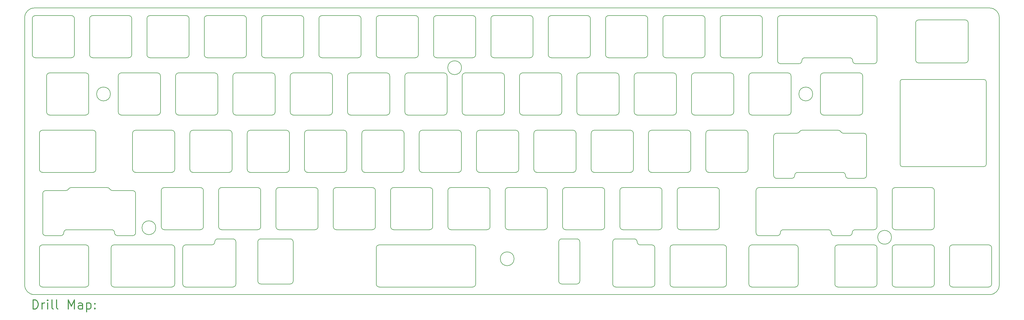
<source format=gbr>
%FSLAX45Y45*%
G04 Gerber Fmt 4.5, Leading zero omitted, Abs format (unit mm)*
G04 Created by KiCad (PCBNEW (5.1.6)-1) date 2022-08-08 21:24:53*
%MOMM*%
%LPD*%
G01*
G04 APERTURE LIST*
%TA.AperFunction,Profile*%
%ADD10C,0.200000*%
%TD*%
%ADD11C,0.200000*%
%ADD12C,0.300000*%
G04 APERTURE END LIST*
D10*
X34563125Y-7843750D02*
X34563125Y-9072500D01*
X36309375Y-7843750D02*
X36309375Y-9072500D01*
X36309375Y-9072500D02*
G75*
G02*
X36209375Y-9172500I-100000J0D01*
G01*
X34663125Y-9172500D02*
G75*
G02*
X34563125Y-9072500I0J100000D01*
G01*
X36209375Y-7743750D02*
G75*
G02*
X36309375Y-7843750I0J-100000D01*
G01*
X34563125Y-7843750D02*
G75*
G02*
X34663125Y-7743750I100000J0D01*
G01*
X34663125Y-9172500D02*
X36209375Y-9172500D01*
X34663125Y-7743750D02*
X36209375Y-7743750D01*
X34045606Y-9802860D02*
G75*
G02*
X34128150Y-9720175I79370J3310D01*
G01*
X36833250Y-9720175D02*
G75*
G02*
X36909450Y-9796375I0J-76200D01*
G01*
X36909450Y-9796375D02*
X36909450Y-12542775D01*
X34045606Y-12544350D02*
G75*
G03*
X34121806Y-12620550I76200J0D01*
G01*
X36833250Y-12618975D02*
X34121806Y-12620550D01*
X36833250Y-12618975D02*
G75*
G03*
X36909450Y-12542775I0J76200D01*
G01*
X34045606Y-9802860D02*
X34045606Y-12544350D01*
X34128150Y-9720175D02*
X36833250Y-9720175D01*
X19473750Y-9331250D02*
G75*
G03*
X19473750Y-9331250I-230000J0D01*
G01*
X9313750Y-14649375D02*
G75*
G03*
X9313750Y-14649375I-230000J0D01*
G01*
X21220000Y-15681250D02*
G75*
G03*
X21220000Y-15681250I-230000J0D01*
G01*
X33761250Y-14966875D02*
G75*
G03*
X33761250Y-14966875I-230000J0D01*
G01*
X31141875Y-10204375D02*
G75*
G03*
X31141875Y-10204375I-230000J0D01*
G01*
X7805625Y-10204375D02*
G75*
G03*
X7805625Y-10204375I-230000J0D01*
G01*
X37341250Y-16554375D02*
G75*
G02*
X37023750Y-16871875I-317500J0D01*
G01*
X37023750Y-7346875D02*
G75*
G02*
X37341250Y-7664375I0J-317500D01*
G01*
X4956250Y-7664375D02*
G75*
G02*
X5273750Y-7346875I317500J0D01*
G01*
X5273750Y-16871875D02*
G75*
G02*
X4956250Y-16554375I0J317500D01*
G01*
X23403125Y-16419375D02*
X23403125Y-15119375D01*
X23303125Y-15019375D02*
X22803750Y-15019375D01*
X23303125Y-15019375D02*
G75*
G02*
X23403125Y-15119375I0J-100000D01*
G01*
X6355575Y-14714375D02*
X7843175Y-14714375D01*
X7843175Y-14714375D02*
G75*
G02*
X7943175Y-14814375I0J-100000D01*
G01*
X8043175Y-14914375D02*
G75*
G02*
X7943175Y-14814375I0J100000D01*
G01*
X8543175Y-13414375D02*
G75*
G02*
X8643175Y-13514375I0J-100000D01*
G01*
X6412772Y-13364375D02*
G75*
G02*
X6499375Y-13314375I86603J-50000D01*
G01*
X6255575Y-14814375D02*
G75*
G02*
X6355575Y-14714375I100000J0D01*
G01*
X6255575Y-14814375D02*
G75*
G02*
X6155575Y-14914375I-100000J0D01*
G01*
X7872580Y-13414375D02*
X8543175Y-13414375D01*
X6412772Y-13364375D02*
G75*
G02*
X6326170Y-13414375I-86603J50000D01*
G01*
X8643175Y-13514375D02*
X8643175Y-14814375D01*
X8643175Y-14814375D02*
G75*
G02*
X8543175Y-14914375I-100000J0D01*
G01*
X8043175Y-14914375D02*
X8543175Y-14914375D01*
X7785977Y-13364375D02*
G75*
G03*
X7872580Y-13414375I86603J50000D01*
G01*
X7785977Y-13364375D02*
G75*
G03*
X7699375Y-13314375I-86603J-50000D01*
G01*
X32074727Y-11459375D02*
G75*
G03*
X32161330Y-11509375I86603J50000D01*
G01*
X32074727Y-11459375D02*
G75*
G03*
X31988125Y-11409375I-86603J-50000D01*
G01*
X32455675Y-14814375D02*
G75*
G02*
X32555675Y-14714375I100000J0D01*
G01*
X33178750Y-14714375D02*
X32555675Y-14714375D01*
X29359375Y-13314375D02*
X31511875Y-13314375D01*
X30168075Y-14714375D02*
X31655675Y-14714375D01*
X30068075Y-14814375D02*
G75*
G02*
X30168075Y-14714375I100000J0D01*
G01*
X29121250Y-16619375D02*
X30559375Y-16619375D01*
X29121250Y-15219375D02*
X30559375Y-15219375D01*
X26501875Y-16619375D02*
X28178125Y-16619375D01*
X26501875Y-15219375D02*
X28178125Y-15219375D01*
X25408750Y-15219375D02*
X25796875Y-15219375D01*
X25408750Y-15219375D02*
G75*
G02*
X25308750Y-15119375I0J100000D01*
G01*
X19843750Y-16619375D02*
X16738750Y-16619375D01*
X19843750Y-15219375D02*
X16738750Y-15219375D01*
X13778750Y-16519375D02*
X12803125Y-16519375D01*
X13778750Y-15019375D02*
X12803125Y-15019375D01*
X11973750Y-15119375D02*
X11974500Y-16519375D01*
X11974500Y-16519375D02*
G75*
G02*
X11874500Y-16619375I-100000J0D01*
G01*
X10309375Y-15219375D02*
X11173750Y-15219375D01*
X11874500Y-16619375D02*
X10309375Y-16619375D01*
X11273750Y-15119375D02*
G75*
G02*
X11173750Y-15219375I-100000J0D01*
G01*
X7928125Y-16619375D02*
X9842500Y-16619375D01*
X7928125Y-15219375D02*
X9842500Y-15219375D01*
X5546875Y-16619375D02*
X6985000Y-16619375D01*
X5546875Y-15219375D02*
X6985000Y-15219375D01*
X33278750Y-7699375D02*
X33278900Y-9099375D01*
X33178900Y-9199375D02*
G75*
G03*
X33278900Y-9099375I0J100000D01*
G01*
X32370050Y-8999375D02*
G75*
G02*
X32470050Y-9099375I0J-100000D01*
G01*
X30882450Y-8999375D02*
X32370050Y-8999375D01*
X30782450Y-9099375D02*
G75*
G02*
X30882450Y-8999375I100000J0D01*
G01*
X30073750Y-7599375D02*
X33178750Y-7599375D01*
X5546875Y-12809375D02*
X7223125Y-12809375D01*
X5546875Y-11409375D02*
X7223125Y-11409375D01*
X24596875Y-16619375D02*
X25796875Y-16619375D01*
X16738750Y-8999375D02*
X17938750Y-8999375D01*
X16133750Y-8899375D02*
G75*
G02*
X16033750Y-8999375I-100000J0D01*
G01*
X19843750Y-7599375D02*
G75*
G02*
X19943750Y-7699375I0J-100000D01*
G01*
X20448750Y-7699375D02*
G75*
G02*
X20548750Y-7599375I100000J0D01*
G01*
X21848750Y-7699375D02*
X21848750Y-8899375D01*
X20448750Y-7699375D02*
X20448750Y-8899375D01*
X20548750Y-8999375D02*
X21748750Y-8999375D01*
X20548750Y-7599375D02*
X21748750Y-7599375D01*
X19943750Y-8899375D02*
G75*
G02*
X19843750Y-8999375I-100000J0D01*
G01*
X18643750Y-8999375D02*
G75*
G02*
X18543750Y-8899375I0J100000D01*
G01*
X18543750Y-7699375D02*
X18543750Y-8899375D01*
X18643750Y-7599375D02*
X19843750Y-7599375D01*
X18543750Y-7699375D02*
G75*
G02*
X18643750Y-7599375I100000J0D01*
G01*
X17938750Y-7599375D02*
G75*
G02*
X18038750Y-7699375I0J-100000D01*
G01*
X19943750Y-7699375D02*
X19943750Y-8899375D01*
X16638750Y-7699375D02*
X16638750Y-8899375D01*
X14833750Y-8999375D02*
G75*
G02*
X14733750Y-8899375I0J100000D01*
G01*
X16033750Y-7599375D02*
G75*
G02*
X16133750Y-7699375I0J-100000D01*
G01*
X16738750Y-8999375D02*
G75*
G02*
X16638750Y-8899375I0J100000D01*
G01*
X16738750Y-7599375D02*
X17938750Y-7599375D01*
X18643750Y-8999375D02*
X19843750Y-8999375D01*
X18038750Y-8899375D02*
G75*
G02*
X17938750Y-8999375I-100000J0D01*
G01*
X22453750Y-7599375D02*
X23653750Y-7599375D01*
X21848750Y-8899375D02*
G75*
G02*
X21748750Y-8999375I-100000J0D01*
G01*
X18038750Y-7699375D02*
X18038750Y-8899375D01*
X20548750Y-8999375D02*
G75*
G02*
X20448750Y-8899375I0J100000D01*
G01*
X21748750Y-7599375D02*
G75*
G02*
X21848750Y-7699375I0J-100000D01*
G01*
X16638750Y-7699375D02*
G75*
G02*
X16738750Y-7599375I100000J0D01*
G01*
X12323750Y-7699375D02*
X12323750Y-8899375D01*
X10923750Y-7699375D02*
X10923750Y-8899375D01*
X10318750Y-7599375D02*
G75*
G02*
X10418750Y-7699375I0J-100000D01*
G01*
X12928750Y-8999375D02*
X14128750Y-8999375D01*
X7213750Y-7599375D02*
X8413750Y-7599375D01*
X6508750Y-7599375D02*
G75*
G02*
X6608750Y-7699375I0J-100000D01*
G01*
X10923750Y-7699375D02*
G75*
G02*
X11023750Y-7599375I100000J0D01*
G01*
X14733750Y-7699375D02*
G75*
G02*
X14833750Y-7599375I100000J0D01*
G01*
X14228750Y-8899375D02*
G75*
G02*
X14128750Y-8999375I-100000J0D01*
G01*
X9118750Y-8999375D02*
X10318750Y-8999375D01*
X5308750Y-8999375D02*
G75*
G02*
X5208750Y-8899375I0J100000D01*
G01*
X7213750Y-8999375D02*
X8413750Y-8999375D01*
X16133750Y-7699375D02*
X16133750Y-8899375D01*
X14733750Y-7699375D02*
X14733750Y-8899375D01*
X14833750Y-8999375D02*
X16033750Y-8999375D01*
X6608750Y-8899375D02*
G75*
G02*
X6508750Y-8999375I-100000J0D01*
G01*
X14833750Y-7599375D02*
X16033750Y-7599375D01*
X14128750Y-7599375D02*
G75*
G02*
X14228750Y-7699375I0J-100000D01*
G01*
X5308750Y-8999375D02*
X6508750Y-8999375D01*
X12323750Y-8899375D02*
G75*
G02*
X12223750Y-8999375I-100000J0D01*
G01*
X12223750Y-7599375D02*
G75*
G02*
X12323750Y-7699375I0J-100000D01*
G01*
X10418750Y-7699375D02*
X10418750Y-8899375D01*
X7113750Y-7699375D02*
X7113750Y-8899375D01*
X5208750Y-7699375D02*
G75*
G02*
X5308750Y-7599375I100000J0D01*
G01*
X9018750Y-7699375D02*
G75*
G02*
X9118750Y-7599375I100000J0D01*
G01*
X14228750Y-7699375D02*
X14228750Y-8899375D01*
X9118750Y-7599375D02*
X10318750Y-7599375D01*
X10418750Y-8899375D02*
G75*
G02*
X10318750Y-8999375I-100000J0D01*
G01*
X7213750Y-8999375D02*
G75*
G02*
X7113750Y-8899375I0J100000D01*
G01*
X12928750Y-7599375D02*
X14128750Y-7599375D01*
X11023750Y-7599375D02*
X12223750Y-7599375D01*
X5208750Y-7699375D02*
X5208750Y-8899375D01*
X11023750Y-8999375D02*
G75*
G02*
X10923750Y-8899375I0J100000D01*
G01*
X12928750Y-8999375D02*
G75*
G02*
X12828750Y-8899375I0J100000D01*
G01*
X12828750Y-7699375D02*
G75*
G02*
X12928750Y-7599375I100000J0D01*
G01*
X12828750Y-7699375D02*
X12828750Y-8899375D01*
X8413750Y-7599375D02*
G75*
G02*
X8513750Y-7699375I0J-100000D01*
G01*
X9118750Y-8999375D02*
G75*
G02*
X9018750Y-8899375I0J100000D01*
G01*
X8513750Y-8899375D02*
G75*
G02*
X8413750Y-8999375I-100000J0D01*
G01*
X9018750Y-7699375D02*
X9018750Y-8899375D01*
X5308750Y-7599375D02*
X6508750Y-7599375D01*
X6608750Y-7699375D02*
X6608750Y-8899375D01*
X8513750Y-7699375D02*
X8513750Y-8899375D01*
X11023750Y-8999375D02*
X12223750Y-8999375D01*
X7113750Y-7699375D02*
G75*
G02*
X7213750Y-7599375I100000J0D01*
G01*
X8166250Y-10904375D02*
G75*
G02*
X8066250Y-10804375I0J100000D01*
G01*
X8066250Y-9604375D02*
X8066250Y-10804375D01*
X5785000Y-9504375D02*
X6985000Y-9504375D01*
X11271250Y-9504375D02*
G75*
G02*
X11371250Y-9604375I0J-100000D01*
G01*
X8166250Y-10904375D02*
X9366250Y-10904375D01*
X11371250Y-9604375D02*
X11371250Y-10804375D01*
X33178750Y-7599375D02*
G75*
G02*
X33278750Y-7699375I0J-100000D01*
G01*
X8066250Y-9604375D02*
G75*
G02*
X8166250Y-9504375I100000J0D01*
G01*
X7085000Y-10804375D02*
G75*
G02*
X6985000Y-10904375I-100000J0D01*
G01*
X10071250Y-10904375D02*
X11271250Y-10904375D01*
X5785000Y-10904375D02*
X6985000Y-10904375D01*
X6985000Y-9504375D02*
G75*
G02*
X7085000Y-9604375I0J-100000D01*
G01*
X15081250Y-9504375D02*
G75*
G02*
X15181250Y-9604375I0J-100000D01*
G01*
X11976250Y-9504375D02*
X13176250Y-9504375D01*
X9466250Y-9604375D02*
X9466250Y-10804375D01*
X10071250Y-10904375D02*
G75*
G02*
X9971250Y-10804375I0J100000D01*
G01*
X15786250Y-10904375D02*
X16986250Y-10904375D01*
X15786250Y-9504375D02*
X16986250Y-9504375D01*
X5685000Y-9604375D02*
X5685000Y-10804375D01*
X15181250Y-10804375D02*
G75*
G02*
X15081250Y-10904375I-100000J0D01*
G01*
X13781250Y-9604375D02*
X13781250Y-10804375D01*
X13176250Y-9504375D02*
G75*
G02*
X13276250Y-9604375I0J-100000D01*
G01*
X11371250Y-10804375D02*
G75*
G02*
X11271250Y-10904375I-100000J0D01*
G01*
X11876250Y-9604375D02*
X11876250Y-10804375D01*
X5785000Y-10904375D02*
G75*
G02*
X5685000Y-10804375I0J100000D01*
G01*
X13276250Y-9604375D02*
X13276250Y-10804375D01*
X13881250Y-10904375D02*
G75*
G02*
X13781250Y-10804375I0J100000D01*
G01*
X5685000Y-9604375D02*
G75*
G02*
X5785000Y-9504375I100000J0D01*
G01*
X7085000Y-9604375D02*
X7085000Y-10804375D01*
X13781250Y-9604375D02*
G75*
G02*
X13881250Y-9504375I100000J0D01*
G01*
X9971250Y-9604375D02*
G75*
G02*
X10071250Y-9504375I100000J0D01*
G01*
X15181250Y-9604375D02*
X15181250Y-10804375D01*
X11876250Y-9604375D02*
G75*
G02*
X11976250Y-9504375I100000J0D01*
G01*
X13881250Y-10904375D02*
X15081250Y-10904375D01*
X13881250Y-9504375D02*
X15081250Y-9504375D01*
X13276250Y-10804375D02*
G75*
G02*
X13176250Y-10904375I-100000J0D01*
G01*
X9466250Y-10804375D02*
G75*
G02*
X9366250Y-10904375I-100000J0D01*
G01*
X11976250Y-10904375D02*
G75*
G02*
X11876250Y-10804375I0J100000D01*
G01*
X9366250Y-9504375D02*
G75*
G02*
X9466250Y-9604375I0J-100000D01*
G01*
X9971250Y-9604375D02*
X9971250Y-10804375D01*
X8166250Y-9504375D02*
X9366250Y-9504375D01*
X11976250Y-10904375D02*
X13176250Y-10904375D01*
X10071250Y-9504375D02*
X11271250Y-9504375D01*
X23753750Y-8899375D02*
G75*
G02*
X23653750Y-8999375I-100000J0D01*
G01*
X22353750Y-7699375D02*
G75*
G02*
X22453750Y-7599375I100000J0D01*
G01*
X28168750Y-8999375D02*
X29368750Y-8999375D01*
X28168750Y-8999375D02*
G75*
G02*
X28068750Y-8899375I0J100000D01*
G01*
X25658750Y-7699375D02*
X25658750Y-8899375D01*
X29468750Y-8899375D02*
G75*
G02*
X29368750Y-8999375I-100000J0D01*
G01*
X24258750Y-7699375D02*
X24258750Y-8899375D01*
X26263750Y-8999375D02*
X27463750Y-8999375D01*
X22353750Y-7699375D02*
X22353750Y-8899375D01*
X30782450Y-9099375D02*
G75*
G02*
X30682450Y-9199375I-100000J0D01*
G01*
X26263750Y-8999375D02*
G75*
G02*
X26163750Y-8899375I0J100000D01*
G01*
X27563750Y-7699375D02*
X27563750Y-8899375D01*
X30073600Y-9199375D02*
G75*
G02*
X29973600Y-9099375I0J100000D01*
G01*
X30073600Y-9199375D02*
X30682450Y-9199375D01*
X32570050Y-9199375D02*
G75*
G02*
X32470050Y-9099375I0J100000D01*
G01*
X27563750Y-8899375D02*
G75*
G02*
X27463750Y-8999375I-100000J0D01*
G01*
X22453750Y-8999375D02*
X23653750Y-8999375D01*
X32570050Y-9199375D02*
X33178900Y-9199375D01*
X25658750Y-8899375D02*
G75*
G02*
X25558750Y-8999375I-100000J0D01*
G01*
X24358750Y-8999375D02*
X25558750Y-8999375D01*
X23753750Y-7699375D02*
X23753750Y-8899375D01*
X29973750Y-7699375D02*
X29973600Y-9099375D01*
X28068750Y-7699375D02*
X28068750Y-8899375D01*
X28168750Y-7599375D02*
X29368750Y-7599375D01*
X26263750Y-7599375D02*
X27463750Y-7599375D01*
X24358750Y-8999375D02*
G75*
G02*
X24258750Y-8899375I0J100000D01*
G01*
X25558750Y-7599375D02*
G75*
G02*
X25658750Y-7699375I0J-100000D01*
G01*
X26163750Y-7699375D02*
G75*
G02*
X26263750Y-7599375I100000J0D01*
G01*
X29973750Y-7699375D02*
G75*
G02*
X30073750Y-7599375I100000J0D01*
G01*
X23653750Y-7599375D02*
G75*
G02*
X23753750Y-7699375I0J-100000D01*
G01*
X28068750Y-7699375D02*
G75*
G02*
X28168750Y-7599375I100000J0D01*
G01*
X27463750Y-7599375D02*
G75*
G02*
X27563750Y-7699375I0J-100000D01*
G01*
X29468750Y-7699375D02*
X29468750Y-8899375D01*
X29368750Y-7599375D02*
G75*
G02*
X29468750Y-7699375I0J-100000D01*
G01*
X24358750Y-7599375D02*
X25558750Y-7599375D01*
X22453750Y-8999375D02*
G75*
G02*
X22353750Y-8899375I0J100000D01*
G01*
X26163750Y-7699375D02*
X26163750Y-8899375D01*
X24258750Y-7699375D02*
G75*
G02*
X24358750Y-7599375I100000J0D01*
G01*
X29021250Y-9604375D02*
X29021250Y-10804375D01*
X15786250Y-10904375D02*
G75*
G02*
X15686250Y-10804375I0J100000D01*
G01*
X17086250Y-9604375D02*
X17086250Y-10804375D01*
X25311250Y-10904375D02*
G75*
G02*
X25211250Y-10804375I0J100000D01*
G01*
X26611250Y-10804375D02*
G75*
G02*
X26511250Y-10904375I-100000J0D01*
G01*
X21501250Y-9504375D02*
X22701250Y-9504375D01*
X25311250Y-10904375D02*
X26511250Y-10904375D01*
X25311250Y-9504375D02*
X26511250Y-9504375D01*
X27116250Y-9604375D02*
X27116250Y-10804375D01*
X26611250Y-9604375D02*
X26611250Y-10804375D01*
X24606250Y-9504375D02*
G75*
G02*
X24706250Y-9604375I0J-100000D01*
G01*
X23306250Y-9604375D02*
G75*
G02*
X23406250Y-9504375I100000J0D01*
G01*
X22701250Y-9504375D02*
G75*
G02*
X22801250Y-9604375I0J-100000D01*
G01*
X17591250Y-9604375D02*
X17591250Y-10804375D01*
X31502500Y-9504375D02*
X32702500Y-9504375D01*
X21501250Y-10904375D02*
G75*
G02*
X21401250Y-10804375I0J100000D01*
G01*
X17691250Y-10904375D02*
X18891250Y-10904375D01*
X24706250Y-10804375D02*
G75*
G02*
X24606250Y-10904375I-100000J0D01*
G01*
X19596250Y-9504375D02*
X20796250Y-9504375D01*
X31502500Y-10904375D02*
X32702500Y-10904375D01*
X30421250Y-10804375D02*
G75*
G02*
X30321250Y-10904375I-100000J0D01*
G01*
X27216250Y-10904375D02*
G75*
G02*
X27116250Y-10804375I0J100000D01*
G01*
X20796250Y-9504375D02*
G75*
G02*
X20896250Y-9604375I0J-100000D01*
G01*
X19496250Y-9604375D02*
X19496250Y-10804375D01*
X29121250Y-10904375D02*
G75*
G02*
X29021250Y-10804375I0J100000D01*
G01*
X29121250Y-9504375D02*
X30321250Y-9504375D01*
X30321250Y-9504375D02*
G75*
G02*
X30421250Y-9604375I0J-100000D01*
G01*
X29021250Y-9604375D02*
G75*
G02*
X29121250Y-9504375I100000J0D01*
G01*
X26511250Y-9504375D02*
G75*
G02*
X26611250Y-9604375I0J-100000D01*
G01*
X28516250Y-10804375D02*
G75*
G02*
X28416250Y-10904375I-100000J0D01*
G01*
X19596250Y-10904375D02*
G75*
G02*
X19496250Y-10804375I0J100000D01*
G01*
X28416250Y-9504375D02*
G75*
G02*
X28516250Y-9604375I0J-100000D01*
G01*
X28516250Y-9604375D02*
X28516250Y-10804375D01*
X27216250Y-10904375D02*
X28416250Y-10904375D01*
X27216250Y-9504375D02*
X28416250Y-9504375D01*
X23406250Y-9504375D02*
X24606250Y-9504375D01*
X17691250Y-10904375D02*
G75*
G02*
X17591250Y-10804375I0J100000D01*
G01*
X17691250Y-9504375D02*
X18891250Y-9504375D01*
X15686250Y-9604375D02*
X15686250Y-10804375D01*
X23406250Y-10904375D02*
X24606250Y-10904375D01*
X21501250Y-10904375D02*
X22701250Y-10904375D01*
X20896250Y-10804375D02*
G75*
G02*
X20796250Y-10904375I-100000J0D01*
G01*
X18991250Y-10804375D02*
G75*
G02*
X18891250Y-10904375I-100000J0D01*
G01*
X18891250Y-9504375D02*
G75*
G02*
X18991250Y-9604375I0J-100000D01*
G01*
X17591250Y-9604375D02*
G75*
G02*
X17691250Y-9504375I100000J0D01*
G01*
X22801250Y-10804375D02*
G75*
G02*
X22701250Y-10904375I-100000J0D01*
G01*
X20896250Y-9604375D02*
X20896250Y-10804375D01*
X24706250Y-9604375D02*
X24706250Y-10804375D01*
X15686250Y-9604375D02*
G75*
G02*
X15786250Y-9504375I100000J0D01*
G01*
X22801250Y-9604375D02*
X22801250Y-10804375D01*
X19496250Y-9604375D02*
G75*
G02*
X19596250Y-9504375I100000J0D01*
G01*
X23406250Y-10904375D02*
G75*
G02*
X23306250Y-10804375I0J100000D01*
G01*
X21401250Y-9604375D02*
X21401250Y-10804375D01*
X21401250Y-9604375D02*
G75*
G02*
X21501250Y-9504375I100000J0D01*
G01*
X23306250Y-9604375D02*
X23306250Y-10804375D01*
X17086250Y-10804375D02*
G75*
G02*
X16986250Y-10904375I-100000J0D01*
G01*
X27116250Y-9604375D02*
G75*
G02*
X27216250Y-9504375I100000J0D01*
G01*
X25211250Y-9604375D02*
G75*
G02*
X25311250Y-9504375I100000J0D01*
G01*
X30421250Y-9604375D02*
X30421250Y-10804375D01*
X25211250Y-9604375D02*
X25211250Y-10804375D01*
X29121250Y-10904375D02*
X30321250Y-10904375D01*
X16986250Y-9504375D02*
G75*
G02*
X17086250Y-9604375I0J-100000D01*
G01*
X19596250Y-10904375D02*
X20796250Y-10904375D01*
X18991250Y-9604375D02*
X18991250Y-10804375D01*
X32702500Y-9504375D02*
G75*
G02*
X32802500Y-9604375I0J-100000D01*
G01*
X31402500Y-9604375D02*
X31402500Y-10804375D01*
X32802500Y-9604375D02*
X32802500Y-10804375D01*
X31402500Y-9604375D02*
G75*
G02*
X31502500Y-9504375I100000J0D01*
G01*
X7223125Y-11409375D02*
G75*
G02*
X7323125Y-11509375I0J-100000D01*
G01*
X7323125Y-11509375D02*
X7323125Y-12709375D01*
X5446875Y-11509375D02*
X5446875Y-12709375D01*
X5446875Y-11509375D02*
G75*
G02*
X5546875Y-11409375I100000J0D01*
G01*
X7323125Y-12709375D02*
G75*
G02*
X7223125Y-12809375I-100000J0D01*
G01*
X32802500Y-10804375D02*
G75*
G02*
X32702500Y-10904375I-100000J0D01*
G01*
X31502500Y-10904375D02*
G75*
G02*
X31402500Y-10804375I0J100000D01*
G01*
X10547500Y-12809375D02*
G75*
G02*
X10447500Y-12709375I0J100000D01*
G01*
X11747500Y-11409375D02*
G75*
G02*
X11847500Y-11509375I0J-100000D01*
G01*
X10547500Y-11409375D02*
X11747500Y-11409375D01*
X19972500Y-11509375D02*
G75*
G02*
X20072500Y-11409375I100000J0D01*
G01*
X14357500Y-12809375D02*
X15557500Y-12809375D01*
X19367500Y-11409375D02*
G75*
G02*
X19467500Y-11509375I0J-100000D01*
G01*
X18067500Y-11509375D02*
G75*
G02*
X18167500Y-11409375I100000J0D01*
G01*
X12452500Y-12809375D02*
G75*
G02*
X12352500Y-12709375I0J100000D01*
G01*
X11847500Y-12709375D02*
G75*
G02*
X11747500Y-12809375I-100000J0D01*
G01*
X14257500Y-11509375D02*
G75*
G02*
X14357500Y-11409375I100000J0D01*
G01*
X19467500Y-11509375D02*
X19467500Y-12709375D01*
X16162500Y-11509375D02*
X16162500Y-12709375D01*
X15657500Y-12709375D02*
G75*
G02*
X15557500Y-12809375I-100000J0D01*
G01*
X8542500Y-11509375D02*
G75*
G02*
X8642500Y-11409375I100000J0D01*
G01*
X16262500Y-11409375D02*
X17462500Y-11409375D01*
X12352500Y-11509375D02*
X12352500Y-12709375D01*
X15557500Y-11409375D02*
G75*
G02*
X15657500Y-11509375I0J-100000D01*
G01*
X23277500Y-11509375D02*
X23277500Y-12709375D01*
X21977500Y-11409375D02*
X23177500Y-11409375D01*
X14357500Y-12809375D02*
G75*
G02*
X14257500Y-12709375I0J100000D01*
G01*
X17462500Y-11409375D02*
G75*
G02*
X17562500Y-11509375I0J-100000D01*
G01*
X16262500Y-12809375D02*
X17462500Y-12809375D01*
X20072500Y-12809375D02*
G75*
G02*
X19972500Y-12709375I0J100000D01*
G01*
X17562500Y-12709375D02*
G75*
G02*
X17462500Y-12809375I-100000J0D01*
G01*
X12452500Y-12809375D02*
X13652500Y-12809375D01*
X14257500Y-11509375D02*
X14257500Y-12709375D01*
X13652500Y-11409375D02*
G75*
G02*
X13752500Y-11509375I0J-100000D01*
G01*
X19972500Y-11509375D02*
X19972500Y-12709375D01*
X8642500Y-12809375D02*
G75*
G02*
X8542500Y-12709375I0J100000D01*
G01*
X12452500Y-11409375D02*
X13652500Y-11409375D01*
X21372500Y-11509375D02*
X21372500Y-12709375D01*
X20072500Y-11409375D02*
X21272500Y-11409375D01*
X9942500Y-12709375D02*
G75*
G02*
X9842500Y-12809375I-100000J0D01*
G01*
X20072500Y-12809375D02*
X21272500Y-12809375D01*
X18167500Y-11409375D02*
X19367500Y-11409375D01*
X13752500Y-12709375D02*
G75*
G02*
X13652500Y-12809375I-100000J0D01*
G01*
X9942500Y-11509375D02*
X9942500Y-12709375D01*
X12352500Y-11509375D02*
G75*
G02*
X12452500Y-11409375I100000J0D01*
G01*
X10447500Y-11509375D02*
X10447500Y-12709375D01*
X8642500Y-12809375D02*
X9842500Y-12809375D01*
X19467500Y-12709375D02*
G75*
G02*
X19367500Y-12809375I-100000J0D01*
G01*
X18067500Y-11509375D02*
X18067500Y-12709375D01*
X11847500Y-11509375D02*
X11847500Y-12709375D01*
X16262500Y-12809375D02*
G75*
G02*
X16162500Y-12709375I0J100000D01*
G01*
X18167500Y-12809375D02*
G75*
G02*
X18067500Y-12709375I0J100000D01*
G01*
X23177500Y-11409375D02*
G75*
G02*
X23277500Y-11509375I0J-100000D01*
G01*
X18167500Y-12809375D02*
X19367500Y-12809375D01*
X21877500Y-11509375D02*
G75*
G02*
X21977500Y-11409375I100000J0D01*
G01*
X8642500Y-11409375D02*
X9842500Y-11409375D01*
X15657500Y-11509375D02*
X15657500Y-12709375D01*
X14357500Y-11409375D02*
X15557500Y-11409375D01*
X8542500Y-11509375D02*
X8542500Y-12709375D01*
X21877500Y-11509375D02*
X21877500Y-12709375D01*
X21977500Y-12809375D02*
X23177500Y-12809375D01*
X21372500Y-12709375D02*
G75*
G02*
X21272500Y-12809375I-100000J0D01*
G01*
X21272500Y-11409375D02*
G75*
G02*
X21372500Y-11509375I0J-100000D01*
G01*
X16162500Y-11509375D02*
G75*
G02*
X16262500Y-11409375I100000J0D01*
G01*
X9842500Y-11409375D02*
G75*
G02*
X9942500Y-11509375I0J-100000D01*
G01*
X10547500Y-12809375D02*
X11747500Y-12809375D01*
X5546875Y-12809375D02*
G75*
G02*
X5446875Y-12709375I0J100000D01*
G01*
X13752500Y-11509375D02*
X13752500Y-12709375D01*
X17562500Y-11509375D02*
X17562500Y-12709375D01*
X10447500Y-11509375D02*
G75*
G02*
X10547500Y-11409375I100000J0D01*
G01*
X11500000Y-14714375D02*
G75*
G02*
X11400000Y-14614375I0J100000D01*
G01*
X11400000Y-13414375D02*
G75*
G02*
X11500000Y-13314375I100000J0D01*
G01*
X12800000Y-13414375D02*
X12800000Y-14614375D01*
X10795000Y-13314375D02*
G75*
G02*
X10895000Y-13414375I0J-100000D01*
G01*
X9495000Y-13414375D02*
G75*
G02*
X9595000Y-13314375I100000J0D01*
G01*
X12700000Y-13314375D02*
G75*
G02*
X12800000Y-13414375I0J-100000D01*
G01*
X5555575Y-13514375D02*
G75*
G02*
X5655575Y-13414375I100000J0D01*
G01*
X5655575Y-14914375D02*
X6155575Y-14914375D01*
X11400000Y-13414375D02*
X11400000Y-14614375D01*
X11500000Y-13314375D02*
X12700000Y-13314375D01*
X10895000Y-14614375D02*
G75*
G02*
X10795000Y-14714375I-100000J0D01*
G01*
X9595000Y-14714375D02*
G75*
G02*
X9495000Y-14614375I0J100000D01*
G01*
X9495000Y-13414375D02*
X9495000Y-14614375D01*
X9595000Y-13314375D02*
X10795000Y-13314375D01*
X5655575Y-14914375D02*
G75*
G02*
X5555575Y-14814375I0J100000D01*
G01*
X5555575Y-13514375D02*
X5555575Y-14814375D01*
X9595000Y-14714375D02*
X10795000Y-14714375D01*
X10895000Y-13414375D02*
X10895000Y-14614375D01*
X11500000Y-14714375D02*
X12700000Y-14714375D01*
X13405000Y-14714375D02*
X14605000Y-14714375D01*
X13405000Y-13314375D02*
X14605000Y-13314375D01*
X12800000Y-14614375D02*
G75*
G02*
X12700000Y-14714375I-100000J0D01*
G01*
X5655575Y-13414375D02*
X6326170Y-13414375D01*
X32131925Y-12809375D02*
G75*
G02*
X32231925Y-12909375I0J-100000D01*
G01*
X26987500Y-11409375D02*
G75*
G02*
X27087500Y-11509375I0J-100000D01*
G01*
X23782500Y-11509375D02*
G75*
G02*
X23882500Y-11409375I100000J0D01*
G01*
X28892500Y-11409375D02*
G75*
G02*
X28992500Y-11509375I0J-100000D01*
G01*
X23782500Y-11509375D02*
X23782500Y-12709375D01*
X27592500Y-11509375D02*
X27592500Y-12709375D01*
X29844325Y-11609375D02*
G75*
G02*
X29944325Y-11509375I100000J0D01*
G01*
X32331925Y-13009375D02*
G75*
G02*
X32231925Y-12909375I0J100000D01*
G01*
X23882500Y-11409375D02*
X25082500Y-11409375D01*
X21977500Y-12809375D02*
G75*
G02*
X21877500Y-12709375I0J100000D01*
G01*
X32831925Y-11509375D02*
G75*
G02*
X32931925Y-11609375I0J-100000D01*
G01*
X25182500Y-12709375D02*
G75*
G02*
X25082500Y-12809375I-100000J0D01*
G01*
X25082500Y-11409375D02*
G75*
G02*
X25182500Y-11509375I0J-100000D01*
G01*
X29944325Y-13009375D02*
G75*
G02*
X29844325Y-12909375I0J100000D01*
G01*
X25787500Y-12809375D02*
X26987500Y-12809375D01*
X25687500Y-11509375D02*
G75*
G02*
X25787500Y-11409375I100000J0D01*
G01*
X28992500Y-12709375D02*
G75*
G02*
X28892500Y-12809375I-100000J0D01*
G01*
X28992500Y-11509375D02*
X28992500Y-12709375D01*
X27592500Y-11509375D02*
G75*
G02*
X27692500Y-11409375I100000J0D01*
G01*
X25687500Y-11509375D02*
X25687500Y-12709375D01*
X30701522Y-11459375D02*
G75*
G02*
X30788125Y-11409375I86603J-50000D01*
G01*
X30788125Y-11409375D02*
X31988125Y-11409375D01*
X29844325Y-11609375D02*
X29844325Y-12909375D01*
X30544325Y-12909375D02*
G75*
G02*
X30644325Y-12809375I100000J0D01*
G01*
X27087500Y-11509375D02*
X27087500Y-12709375D01*
X30644325Y-12809375D02*
X32131925Y-12809375D01*
X29944325Y-13009375D02*
X30444325Y-13009375D01*
X29944325Y-11509375D02*
X30614920Y-11509375D01*
X27692500Y-12809375D02*
X28892500Y-12809375D01*
X30544325Y-12909375D02*
G75*
G02*
X30444325Y-13009375I-100000J0D01*
G01*
X25787500Y-12809375D02*
G75*
G02*
X25687500Y-12709375I0J100000D01*
G01*
X6499375Y-13314375D02*
X7699375Y-13314375D01*
X32161330Y-11509375D02*
X32831925Y-11509375D01*
X27087500Y-12709375D02*
G75*
G02*
X26987500Y-12809375I-100000J0D01*
G01*
X25787500Y-11409375D02*
X26987500Y-11409375D01*
X30701522Y-11459375D02*
G75*
G02*
X30614920Y-11509375I-86603J50000D01*
G01*
X27692500Y-12809375D02*
G75*
G02*
X27592500Y-12709375I0J100000D01*
G01*
X32931925Y-11609375D02*
X32931925Y-12909375D01*
X25182500Y-11509375D02*
X25182500Y-12709375D01*
X27692500Y-11409375D02*
X28892500Y-11409375D01*
X32931925Y-12909375D02*
G75*
G02*
X32831925Y-13009375I-100000J0D01*
G01*
X23882500Y-12809375D02*
X25082500Y-12809375D01*
X23882500Y-12809375D02*
G75*
G02*
X23782500Y-12709375I0J100000D01*
G01*
X32331925Y-13009375D02*
X32831925Y-13009375D01*
X23277500Y-12709375D02*
G75*
G02*
X23177500Y-12809375I-100000J0D01*
G01*
X33783750Y-13414375D02*
G75*
G02*
X33883750Y-13314375I100000J0D01*
G01*
X5446875Y-15319375D02*
X5446875Y-16519375D01*
X33883750Y-14714375D02*
G75*
G02*
X33783750Y-14614375I0J100000D01*
G01*
X33278750Y-13414375D02*
X33278750Y-14614375D01*
X30068075Y-14814375D02*
G75*
G02*
X29968075Y-14914375I-100000J0D01*
G01*
X33783750Y-13414375D02*
X33783750Y-14614375D01*
X31855675Y-14914375D02*
G75*
G02*
X31755675Y-14814375I0J100000D01*
G01*
X33883750Y-14714375D02*
X35083750Y-14714375D01*
X33883750Y-13314375D02*
X35083750Y-13314375D01*
X29359375Y-14915000D02*
X29968075Y-14914375D01*
X29259375Y-13414375D02*
X29259375Y-14815000D01*
X31655675Y-14714375D02*
G75*
G02*
X31755675Y-14814375I0J-100000D01*
G01*
X5546875Y-16619375D02*
G75*
G02*
X5446875Y-16519375I0J100000D01*
G01*
X5446875Y-15319375D02*
G75*
G02*
X5546875Y-15219375I100000J0D01*
G01*
X33278750Y-14614375D02*
G75*
G02*
X33178750Y-14714375I-100000J0D01*
G01*
X31855675Y-14914375D02*
X32355675Y-14914375D01*
X35183750Y-14614375D02*
G75*
G02*
X35083750Y-14714375I-100000J0D01*
G01*
X33178750Y-13314375D02*
G75*
G02*
X33278750Y-13414375I0J-100000D01*
G01*
X29359375Y-14915000D02*
G75*
G02*
X29259375Y-14815000I0J100000D01*
G01*
X29259375Y-13414375D02*
G75*
G02*
X29359375Y-13314375I100000J0D01*
G01*
X35083750Y-13314375D02*
G75*
G02*
X35183750Y-13414375I0J-100000D01*
G01*
X35183750Y-13414375D02*
X35183750Y-14614375D01*
X31511875Y-13314375D02*
X33178750Y-13314375D01*
X32455675Y-14814375D02*
G75*
G02*
X32355675Y-14914375I-100000J0D01*
G01*
X24735000Y-13414375D02*
G75*
G02*
X24835000Y-13314375I100000J0D01*
G01*
X15310000Y-13314375D02*
X16510000Y-13314375D01*
X14705000Y-14614375D02*
G75*
G02*
X14605000Y-14714375I-100000J0D01*
G01*
X22930000Y-14714375D02*
G75*
G02*
X22830000Y-14614375I0J100000D01*
G01*
X18515000Y-13414375D02*
X18515000Y-14614375D01*
X22325000Y-14614375D02*
G75*
G02*
X22225000Y-14714375I-100000J0D01*
G01*
X21025000Y-14714375D02*
G75*
G02*
X20925000Y-14614375I0J100000D01*
G01*
X17215000Y-13314375D02*
X18415000Y-13314375D01*
X15310000Y-14714375D02*
X16510000Y-14714375D01*
X17215000Y-14714375D02*
G75*
G02*
X17115000Y-14614375I0J100000D01*
G01*
X22225000Y-13314375D02*
G75*
G02*
X22325000Y-13414375I0J-100000D01*
G01*
X13305000Y-13414375D02*
X13305000Y-14614375D01*
X19120000Y-14714375D02*
X20320000Y-14714375D01*
X19020000Y-13414375D02*
G75*
G02*
X19120000Y-13314375I100000J0D01*
G01*
X19020000Y-13414375D02*
X19020000Y-14614375D01*
X15210000Y-13414375D02*
G75*
G02*
X15310000Y-13314375I100000J0D01*
G01*
X18515000Y-14614375D02*
G75*
G02*
X18415000Y-14714375I-100000J0D01*
G01*
X28040000Y-14614375D02*
G75*
G02*
X27940000Y-14714375I-100000J0D01*
G01*
X27940000Y-13314375D02*
G75*
G02*
X28040000Y-13414375I0J-100000D01*
G01*
X19120000Y-13314375D02*
X20320000Y-13314375D01*
X20420000Y-14614375D02*
G75*
G02*
X20320000Y-14714375I-100000J0D01*
G01*
X20420000Y-13414375D02*
X20420000Y-14614375D01*
X24735000Y-13414375D02*
X24735000Y-14614375D01*
X21025000Y-14714375D02*
X22225000Y-14714375D01*
X16610000Y-13414375D02*
X16610000Y-14614375D01*
X17115000Y-13414375D02*
G75*
G02*
X17215000Y-13314375I100000J0D01*
G01*
X16610000Y-14614375D02*
G75*
G02*
X16510000Y-14714375I-100000J0D01*
G01*
X24835000Y-14714375D02*
G75*
G02*
X24735000Y-14614375I0J100000D01*
G01*
X22830000Y-13414375D02*
G75*
G02*
X22930000Y-13314375I100000J0D01*
G01*
X15210000Y-13414375D02*
X15210000Y-14614375D01*
X28040000Y-13414375D02*
X28040000Y-14614375D01*
X22830000Y-13414375D02*
X22830000Y-14614375D01*
X26035000Y-13314375D02*
G75*
G02*
X26135000Y-13414375I0J-100000D01*
G01*
X24835000Y-13314375D02*
X26035000Y-13314375D01*
X24130000Y-13314375D02*
G75*
G02*
X24230000Y-13414375I0J-100000D01*
G01*
X24230000Y-13414375D02*
X24230000Y-14614375D01*
X20925000Y-13414375D02*
X20925000Y-14614375D01*
X17215000Y-14714375D02*
X18415000Y-14714375D01*
X15310000Y-14714375D02*
G75*
G02*
X15210000Y-14614375I0J100000D01*
G01*
X13305000Y-13414375D02*
G75*
G02*
X13405000Y-13314375I100000J0D01*
G01*
X22930000Y-14714375D02*
X24130000Y-14714375D01*
X20925000Y-13414375D02*
G75*
G02*
X21025000Y-13314375I100000J0D01*
G01*
X14605000Y-13314375D02*
G75*
G02*
X14705000Y-13414375I0J-100000D01*
G01*
X21025000Y-13314375D02*
X22225000Y-13314375D01*
X22930000Y-13314375D02*
X24130000Y-13314375D01*
X22325000Y-13414375D02*
X22325000Y-14614375D01*
X26740000Y-14714375D02*
G75*
G02*
X26640000Y-14614375I0J100000D01*
G01*
X18415000Y-13314375D02*
G75*
G02*
X18515000Y-13414375I0J-100000D01*
G01*
X17115000Y-13414375D02*
X17115000Y-14614375D01*
X26640000Y-13414375D02*
G75*
G02*
X26740000Y-13314375I100000J0D01*
G01*
X26640000Y-13414375D02*
X26640000Y-14614375D01*
X26740000Y-14714375D02*
X27940000Y-14714375D01*
X26740000Y-13314375D02*
X27940000Y-13314375D01*
X24835000Y-14714375D02*
X26035000Y-14714375D01*
X26135000Y-14614375D02*
G75*
G02*
X26035000Y-14714375I-100000J0D01*
G01*
X26135000Y-13414375D02*
X26135000Y-14614375D01*
X14705000Y-13414375D02*
X14705000Y-14614375D01*
X19120000Y-14714375D02*
G75*
G02*
X19020000Y-14614375I0J100000D01*
G01*
X16510000Y-13314375D02*
G75*
G02*
X16610000Y-13414375I0J-100000D01*
G01*
X20320000Y-13314375D02*
G75*
G02*
X20420000Y-13414375I0J-100000D01*
G01*
X24230000Y-14614375D02*
G75*
G02*
X24130000Y-14714375I-100000J0D01*
G01*
X13405000Y-14714375D02*
G75*
G02*
X13305000Y-14614375I0J100000D01*
G01*
X9942500Y-15319375D02*
X9942500Y-16519375D01*
X10209375Y-15319375D02*
X10209375Y-16519375D01*
X16638750Y-15319375D02*
X16638750Y-16519375D01*
X7085000Y-15319375D02*
X7085000Y-16519375D01*
X16638750Y-15319375D02*
G75*
G02*
X16738750Y-15219375I100000J0D01*
G01*
X7828125Y-15319375D02*
X7828125Y-16519375D01*
X7828125Y-15319375D02*
G75*
G02*
X7928125Y-15219375I100000J0D01*
G01*
X7085000Y-16519375D02*
G75*
G02*
X6985000Y-16619375I-100000J0D01*
G01*
X10209375Y-15319375D02*
G75*
G02*
X10309375Y-15219375I100000J0D01*
G01*
X6985000Y-15219375D02*
G75*
G02*
X7085000Y-15319375I0J-100000D01*
G01*
X16738750Y-16619375D02*
G75*
G02*
X16638750Y-16519375I0J100000D01*
G01*
X11873750Y-15019375D02*
X11373750Y-15019375D01*
X10309375Y-16619375D02*
G75*
G02*
X10209375Y-16519375I0J100000D01*
G01*
X7928125Y-16619375D02*
G75*
G02*
X7828125Y-16519375I0J100000D01*
G01*
X9942500Y-16519375D02*
G75*
G02*
X9842500Y-16619375I-100000J0D01*
G01*
X9842500Y-15219375D02*
G75*
G02*
X9942500Y-15319375I0J-100000D01*
G01*
X25896875Y-15319375D02*
X25896875Y-16519375D01*
X26401875Y-15319375D02*
G75*
G02*
X26501875Y-15219375I100000J0D01*
G01*
X25796875Y-15219375D02*
G75*
G02*
X25896875Y-15319375I0J-100000D01*
G01*
X35083750Y-15219375D02*
G75*
G02*
X35183750Y-15319375I0J-100000D01*
G01*
X37088750Y-15319375D02*
X37088750Y-16519375D01*
X35688750Y-15319375D02*
X35688750Y-16519375D01*
X28278125Y-16519375D02*
G75*
G02*
X28178125Y-16619375I-100000J0D01*
G01*
X26401875Y-15319375D02*
X26401875Y-16519375D01*
X35788750Y-16619375D02*
X36988750Y-16619375D01*
X28178125Y-15219375D02*
G75*
G02*
X28278125Y-15319375I0J-100000D01*
G01*
X35788750Y-15219375D02*
X36988750Y-15219375D01*
X35183750Y-16519375D02*
G75*
G02*
X35083750Y-16619375I-100000J0D01*
G01*
X33883750Y-16619375D02*
G75*
G02*
X33783750Y-16519375I0J100000D01*
G01*
X35183750Y-15319375D02*
X35183750Y-16519375D01*
X31978750Y-16619375D02*
X33178750Y-16619375D01*
X30659375Y-16519375D02*
G75*
G02*
X30559375Y-16619375I-100000J0D01*
G01*
X29021250Y-15319375D02*
X29021250Y-16519375D01*
X30659375Y-15319375D02*
X30659375Y-16519375D01*
X29121250Y-16619375D02*
G75*
G02*
X29021250Y-16519375I0J100000D01*
G01*
X28278125Y-15319375D02*
X28278125Y-16519375D01*
X33883750Y-15219375D02*
X35083750Y-15219375D01*
X33783750Y-15319375D02*
G75*
G02*
X33883750Y-15219375I100000J0D01*
G01*
X33783750Y-15319375D02*
X33783750Y-16519375D01*
X26501875Y-16619375D02*
G75*
G02*
X26401875Y-16519375I0J100000D01*
G01*
X33883750Y-16619375D02*
X35083750Y-16619375D01*
X31978750Y-16619375D02*
G75*
G02*
X31878750Y-16519375I0J100000D01*
G01*
X29021250Y-15319375D02*
G75*
G02*
X29121250Y-15219375I100000J0D01*
G01*
X24596875Y-16619375D02*
G75*
G02*
X24496875Y-16519375I0J100000D01*
G01*
X33278750Y-16519375D02*
G75*
G02*
X33178750Y-16619375I-100000J0D01*
G01*
X33178750Y-15219375D02*
G75*
G02*
X33278750Y-15319375I0J-100000D01*
G01*
X30559375Y-15219375D02*
G75*
G02*
X30659375Y-15319375I0J-100000D01*
G01*
X31878750Y-15319375D02*
G75*
G02*
X31978750Y-15219375I100000J0D01*
G01*
X33278750Y-15319375D02*
X33278750Y-16519375D01*
X31878750Y-15319375D02*
X31878750Y-16519375D01*
X31978750Y-15219375D02*
X33178750Y-15219375D01*
X25896875Y-16519375D02*
G75*
G02*
X25796875Y-16619375I-100000J0D01*
G01*
X22703750Y-15119375D02*
G75*
G02*
X22803750Y-15019375I100000J0D01*
G01*
X11873750Y-15019375D02*
G75*
G02*
X11973750Y-15119375I0J-100000D01*
G01*
X19843750Y-15219375D02*
G75*
G02*
X19943750Y-15319375I0J-100000D01*
G01*
X22803125Y-16519375D02*
G75*
G02*
X22703125Y-16419375I0J100000D01*
G01*
X13878750Y-16419375D02*
G75*
G02*
X13778750Y-16519375I-100000J0D01*
G01*
X13878750Y-16419375D02*
X13878750Y-15119375D01*
X24498300Y-15119375D02*
G75*
G02*
X24598300Y-15019375I100000J0D01*
G01*
X25208750Y-15019375D02*
X24598300Y-15019375D01*
X13778750Y-15019375D02*
G75*
G02*
X13878750Y-15119375I0J-100000D01*
G01*
X23303125Y-16519375D02*
X22803125Y-16519375D01*
X11273750Y-15119375D02*
G75*
G02*
X11373750Y-15019375I100000J0D01*
G01*
X25208750Y-15019375D02*
G75*
G02*
X25308750Y-15119375I0J-100000D01*
G01*
X12803125Y-16519375D02*
G75*
G02*
X12703125Y-16419375I0J100000D01*
G01*
X23403125Y-16419375D02*
G75*
G02*
X23303125Y-16519375I-100000J0D01*
G01*
X12703125Y-15119375D02*
G75*
G02*
X12803125Y-15019375I100000J0D01*
G01*
X19943750Y-16519375D02*
G75*
G02*
X19843750Y-16619375I-100000J0D01*
G01*
X19943750Y-15319375D02*
X19943750Y-16519375D01*
X12703125Y-16419375D02*
X12703125Y-15119375D01*
X22703125Y-16419375D02*
X22703750Y-15119375D01*
X24498300Y-15119375D02*
X24496875Y-16519375D01*
X4956250Y-7664375D02*
X4956250Y-16554375D01*
X37088750Y-16519375D02*
G75*
G02*
X36988750Y-16619375I-100000J0D01*
G01*
X5273750Y-7346875D02*
X37023750Y-7346875D01*
X5273750Y-16871875D02*
X37023750Y-16871875D01*
X35788750Y-16619375D02*
G75*
G02*
X35688750Y-16519375I0J100000D01*
G01*
X35688750Y-15319375D02*
G75*
G02*
X35788750Y-15219375I100000J0D01*
G01*
X37341250Y-7664375D02*
X37341250Y-16554375D01*
X36988750Y-15219375D02*
G75*
G02*
X37088750Y-15319375I0J-100000D01*
G01*
D11*
D12*
X5232678Y-17347589D02*
X5232678Y-17047589D01*
X5304107Y-17047589D01*
X5346964Y-17061875D01*
X5375536Y-17090447D01*
X5389821Y-17119018D01*
X5404107Y-17176161D01*
X5404107Y-17219018D01*
X5389821Y-17276161D01*
X5375536Y-17304732D01*
X5346964Y-17333304D01*
X5304107Y-17347589D01*
X5232678Y-17347589D01*
X5532678Y-17347589D02*
X5532678Y-17147589D01*
X5532678Y-17204732D02*
X5546964Y-17176161D01*
X5561250Y-17161875D01*
X5589821Y-17147589D01*
X5618393Y-17147589D01*
X5718393Y-17347589D02*
X5718393Y-17147589D01*
X5718393Y-17047589D02*
X5704107Y-17061875D01*
X5718393Y-17076161D01*
X5732678Y-17061875D01*
X5718393Y-17047589D01*
X5718393Y-17076161D01*
X5904107Y-17347589D02*
X5875536Y-17333304D01*
X5861250Y-17304732D01*
X5861250Y-17047589D01*
X6061250Y-17347589D02*
X6032678Y-17333304D01*
X6018393Y-17304732D01*
X6018393Y-17047589D01*
X6404107Y-17347589D02*
X6404107Y-17047589D01*
X6504107Y-17261875D01*
X6604107Y-17047589D01*
X6604107Y-17347589D01*
X6875536Y-17347589D02*
X6875536Y-17190447D01*
X6861250Y-17161875D01*
X6832678Y-17147589D01*
X6775536Y-17147589D01*
X6746964Y-17161875D01*
X6875536Y-17333304D02*
X6846964Y-17347589D01*
X6775536Y-17347589D01*
X6746964Y-17333304D01*
X6732678Y-17304732D01*
X6732678Y-17276161D01*
X6746964Y-17247589D01*
X6775536Y-17233304D01*
X6846964Y-17233304D01*
X6875536Y-17219018D01*
X7018393Y-17147589D02*
X7018393Y-17447589D01*
X7018393Y-17161875D02*
X7046964Y-17147589D01*
X7104107Y-17147589D01*
X7132678Y-17161875D01*
X7146964Y-17176161D01*
X7161250Y-17204732D01*
X7161250Y-17290447D01*
X7146964Y-17319018D01*
X7132678Y-17333304D01*
X7104107Y-17347589D01*
X7046964Y-17347589D01*
X7018393Y-17333304D01*
X7289821Y-17319018D02*
X7304107Y-17333304D01*
X7289821Y-17347589D01*
X7275536Y-17333304D01*
X7289821Y-17319018D01*
X7289821Y-17347589D01*
X7289821Y-17161875D02*
X7304107Y-17176161D01*
X7289821Y-17190447D01*
X7275536Y-17176161D01*
X7289821Y-17161875D01*
X7289821Y-17190447D01*
M02*

</source>
